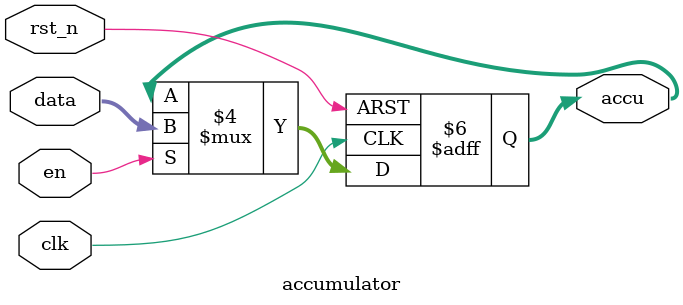
<source format=v>
module accumulator(
    // 时钟输入
	input clk,
    // 复位
	input rst_n,
    // 使能
	input en,
    // 数据总线输入
	input [7:0] data,
    // 累加结果输出
	output reg [7:0] accu
);
	
	always @(posedge clk or negedge rst_n) begin
		if(!rst_n) accu <= 8'd0;
		else
        // 使能时，累加器保存数据总线传来的数据（来自ALU）
		if(en) accu <= data;
        // 否则保存的数据不变
		else accu <= accu;
	end

endmodule

</source>
